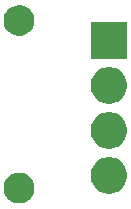
<source format=gbr>
G04 #@! TF.GenerationSoftware,KiCad,Pcbnew,(5.1.0)-1*
G04 #@! TF.CreationDate,2019-05-18T16:03:49-06:00*
G04 #@! TF.ProjectId,Tension,54656e73-696f-46e2-9e6b-696361645f70,rev?*
G04 #@! TF.SameCoordinates,Original*
G04 #@! TF.FileFunction,Soldermask,Bot*
G04 #@! TF.FilePolarity,Negative*
%FSLAX46Y46*%
G04 Gerber Fmt 4.6, Leading zero omitted, Abs format (unit mm)*
G04 Created by KiCad (PCBNEW (5.1.0)-1) date 2019-05-18 16:03:49*
%MOMM*%
%LPD*%
G04 APERTURE LIST*
%ADD10C,0.100000*%
G04 APERTURE END LIST*
D10*
G36*
X167879393Y-74349304D02*
G01*
X168116101Y-74447352D01*
X168116103Y-74447353D01*
X168329135Y-74589696D01*
X168510304Y-74770865D01*
X168651627Y-74982371D01*
X168652648Y-74983899D01*
X168750696Y-75220607D01*
X168800680Y-75471893D01*
X168800680Y-75728107D01*
X168750696Y-75979393D01*
X168652648Y-76216101D01*
X168652647Y-76216103D01*
X168510304Y-76429135D01*
X168329135Y-76610304D01*
X168116103Y-76752647D01*
X168116102Y-76752648D01*
X168116101Y-76752648D01*
X167879393Y-76850696D01*
X167628107Y-76900680D01*
X167371893Y-76900680D01*
X167120607Y-76850696D01*
X166883899Y-76752648D01*
X166883898Y-76752648D01*
X166883897Y-76752647D01*
X166670865Y-76610304D01*
X166489696Y-76429135D01*
X166347353Y-76216103D01*
X166347352Y-76216101D01*
X166249304Y-75979393D01*
X166199320Y-75728107D01*
X166199320Y-75471893D01*
X166249304Y-75220607D01*
X166347352Y-74983899D01*
X166348373Y-74982371D01*
X166489696Y-74770865D01*
X166670865Y-74589696D01*
X166883897Y-74447353D01*
X166883899Y-74447352D01*
X167120607Y-74349304D01*
X167371893Y-74299320D01*
X167628107Y-74299320D01*
X167879393Y-74349304D01*
X167879393Y-74349304D01*
G37*
G36*
X175452497Y-73018863D02*
G01*
X175552372Y-73038729D01*
X175669279Y-73087154D01*
X175834611Y-73155636D01*
X176088621Y-73325360D01*
X176304640Y-73541379D01*
X176474364Y-73795389D01*
X176591271Y-74077629D01*
X176650870Y-74377251D01*
X176650870Y-74682749D01*
X176591271Y-74982371D01*
X176474364Y-75264611D01*
X176304640Y-75518621D01*
X176088621Y-75734640D01*
X175834611Y-75904364D01*
X175669279Y-75972846D01*
X175552372Y-76021271D01*
X175452497Y-76041137D01*
X175252749Y-76080870D01*
X174947251Y-76080870D01*
X174747503Y-76041137D01*
X174647628Y-76021271D01*
X174530721Y-75972846D01*
X174365389Y-75904364D01*
X174111379Y-75734640D01*
X173895360Y-75518621D01*
X173725636Y-75264611D01*
X173608729Y-74982371D01*
X173549130Y-74682749D01*
X173549130Y-74377251D01*
X173608729Y-74077629D01*
X173725636Y-73795389D01*
X173895360Y-73541379D01*
X174111379Y-73325360D01*
X174365389Y-73155636D01*
X174530721Y-73087154D01*
X174647628Y-73038729D01*
X174747503Y-73018863D01*
X174947251Y-72979130D01*
X175252749Y-72979130D01*
X175452497Y-73018863D01*
X175452497Y-73018863D01*
G37*
G36*
X175452497Y-69208863D02*
G01*
X175552372Y-69228729D01*
X175669279Y-69277154D01*
X175834611Y-69345636D01*
X176088621Y-69515360D01*
X176304640Y-69731379D01*
X176474364Y-69985389D01*
X176591271Y-70267629D01*
X176650870Y-70567251D01*
X176650870Y-70872749D01*
X176591271Y-71172371D01*
X176474364Y-71454611D01*
X176304640Y-71708621D01*
X176088621Y-71924640D01*
X175834611Y-72094364D01*
X175669279Y-72162846D01*
X175552372Y-72211271D01*
X175452497Y-72231137D01*
X175252749Y-72270870D01*
X174947251Y-72270870D01*
X174747503Y-72231137D01*
X174647628Y-72211271D01*
X174530721Y-72162846D01*
X174365389Y-72094364D01*
X174111379Y-71924640D01*
X173895360Y-71708621D01*
X173725636Y-71454611D01*
X173608729Y-71172371D01*
X173549130Y-70872749D01*
X173549130Y-70567251D01*
X173608729Y-70267629D01*
X173725636Y-69985389D01*
X173895360Y-69731379D01*
X174111379Y-69515360D01*
X174365389Y-69345636D01*
X174530721Y-69277154D01*
X174647628Y-69228729D01*
X174747503Y-69208863D01*
X174947251Y-69169130D01*
X175252749Y-69169130D01*
X175452497Y-69208863D01*
X175452497Y-69208863D01*
G37*
G36*
X175452497Y-65398863D02*
G01*
X175552372Y-65418729D01*
X175669279Y-65467154D01*
X175834611Y-65535636D01*
X176088621Y-65705360D01*
X176304640Y-65921379D01*
X176474364Y-66175389D01*
X176591271Y-66457629D01*
X176650870Y-66757251D01*
X176650870Y-67062749D01*
X176591271Y-67362371D01*
X176474364Y-67644611D01*
X176304640Y-67898621D01*
X176088621Y-68114640D01*
X175834611Y-68284364D01*
X175669279Y-68352846D01*
X175552372Y-68401271D01*
X175452497Y-68421137D01*
X175252749Y-68460870D01*
X174947251Y-68460870D01*
X174747503Y-68421137D01*
X174647628Y-68401271D01*
X174530721Y-68352846D01*
X174365389Y-68284364D01*
X174111379Y-68114640D01*
X173895360Y-67898621D01*
X173725636Y-67644611D01*
X173608729Y-67362371D01*
X173549130Y-67062749D01*
X173549130Y-66757251D01*
X173608729Y-66457629D01*
X173725636Y-66175389D01*
X173895360Y-65921379D01*
X174111379Y-65705360D01*
X174365389Y-65535636D01*
X174530721Y-65467154D01*
X174647628Y-65418729D01*
X174747503Y-65398863D01*
X174947251Y-65359130D01*
X175252749Y-65359130D01*
X175452497Y-65398863D01*
X175452497Y-65398863D01*
G37*
G36*
X176650870Y-64650870D02*
G01*
X173549130Y-64650870D01*
X173549130Y-61549130D01*
X176650870Y-61549130D01*
X176650870Y-64650870D01*
X176650870Y-64650870D01*
G37*
G36*
X167879393Y-60149304D02*
G01*
X168116101Y-60247352D01*
X168116103Y-60247353D01*
X168329135Y-60389696D01*
X168510304Y-60570865D01*
X168652647Y-60783897D01*
X168652648Y-60783899D01*
X168750696Y-61020607D01*
X168800680Y-61271893D01*
X168800680Y-61528107D01*
X168750696Y-61779393D01*
X168652648Y-62016101D01*
X168652647Y-62016103D01*
X168510304Y-62229135D01*
X168329135Y-62410304D01*
X168116103Y-62552647D01*
X168116102Y-62552648D01*
X168116101Y-62552648D01*
X167879393Y-62650696D01*
X167628107Y-62700680D01*
X167371893Y-62700680D01*
X167120607Y-62650696D01*
X166883899Y-62552648D01*
X166883898Y-62552648D01*
X166883897Y-62552647D01*
X166670865Y-62410304D01*
X166489696Y-62229135D01*
X166347353Y-62016103D01*
X166347352Y-62016101D01*
X166249304Y-61779393D01*
X166199320Y-61528107D01*
X166199320Y-61271893D01*
X166249304Y-61020607D01*
X166347352Y-60783899D01*
X166347353Y-60783897D01*
X166489696Y-60570865D01*
X166670865Y-60389696D01*
X166883897Y-60247353D01*
X166883899Y-60247352D01*
X167120607Y-60149304D01*
X167371893Y-60099320D01*
X167628107Y-60099320D01*
X167879393Y-60149304D01*
X167879393Y-60149304D01*
G37*
M02*

</source>
